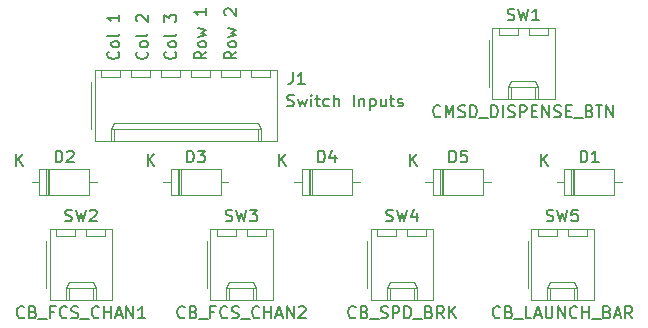
<source format=gbr>
G04 #@! TF.GenerationSoftware,KiCad,Pcbnew,(5.1.5-0-10_14)*
G04 #@! TF.CreationDate,2021-03-15T06:00:47+10:00*
G04 #@! TF.ProjectId,OH - Left Console - 18 - Left Essential Circuit Breakers,4f48202d-204c-4656-9674-20436f6e736f,rev?*
G04 #@! TF.SameCoordinates,Original*
G04 #@! TF.FileFunction,Legend,Top*
G04 #@! TF.FilePolarity,Positive*
%FSLAX46Y46*%
G04 Gerber Fmt 4.6, Leading zero omitted, Abs format (unit mm)*
G04 Created by KiCad (PCBNEW (5.1.5-0-10_14)) date 2021-03-15 06:00:47*
%MOMM*%
%LPD*%
G04 APERTURE LIST*
%ADD10C,0.150000*%
%ADD11C,0.120000*%
G04 APERTURE END LIST*
D10*
X132151380Y-91820809D02*
X131675190Y-92154142D01*
X132151380Y-92392238D02*
X131151380Y-92392238D01*
X131151380Y-92011285D01*
X131199000Y-91916047D01*
X131246619Y-91868428D01*
X131341857Y-91820809D01*
X131484714Y-91820809D01*
X131579952Y-91868428D01*
X131627571Y-91916047D01*
X131675190Y-92011285D01*
X131675190Y-92392238D01*
X132151380Y-91249380D02*
X132103761Y-91344619D01*
X132056142Y-91392238D01*
X131960904Y-91439857D01*
X131675190Y-91439857D01*
X131579952Y-91392238D01*
X131532333Y-91344619D01*
X131484714Y-91249380D01*
X131484714Y-91106523D01*
X131532333Y-91011285D01*
X131579952Y-90963666D01*
X131675190Y-90916047D01*
X131960904Y-90916047D01*
X132056142Y-90963666D01*
X132103761Y-91011285D01*
X132151380Y-91106523D01*
X132151380Y-91249380D01*
X131484714Y-90582714D02*
X132151380Y-90392238D01*
X131675190Y-90201761D01*
X132151380Y-90011285D01*
X131484714Y-89820809D01*
X131246619Y-88725571D02*
X131199000Y-88677952D01*
X131151380Y-88582714D01*
X131151380Y-88344619D01*
X131199000Y-88249380D01*
X131246619Y-88201761D01*
X131341857Y-88154142D01*
X131437095Y-88154142D01*
X131579952Y-88201761D01*
X132151380Y-88773190D01*
X132151380Y-88154142D01*
X129611380Y-91820809D02*
X129135190Y-92154142D01*
X129611380Y-92392238D02*
X128611380Y-92392238D01*
X128611380Y-92011285D01*
X128659000Y-91916047D01*
X128706619Y-91868428D01*
X128801857Y-91820809D01*
X128944714Y-91820809D01*
X129039952Y-91868428D01*
X129087571Y-91916047D01*
X129135190Y-92011285D01*
X129135190Y-92392238D01*
X129611380Y-91249380D02*
X129563761Y-91344619D01*
X129516142Y-91392238D01*
X129420904Y-91439857D01*
X129135190Y-91439857D01*
X129039952Y-91392238D01*
X128992333Y-91344619D01*
X128944714Y-91249380D01*
X128944714Y-91106523D01*
X128992333Y-91011285D01*
X129039952Y-90963666D01*
X129135190Y-90916047D01*
X129420904Y-90916047D01*
X129516142Y-90963666D01*
X129563761Y-91011285D01*
X129611380Y-91106523D01*
X129611380Y-91249380D01*
X128944714Y-90582714D02*
X129611380Y-90392238D01*
X129135190Y-90201761D01*
X129611380Y-90011285D01*
X128944714Y-89820809D01*
X129611380Y-88154142D02*
X129611380Y-88725571D01*
X129611380Y-88439857D02*
X128611380Y-88439857D01*
X128754238Y-88535095D01*
X128849476Y-88630333D01*
X128897095Y-88725571D01*
X126976142Y-91820809D02*
X127023761Y-91868428D01*
X127071380Y-92011285D01*
X127071380Y-92106524D01*
X127023761Y-92249381D01*
X126928523Y-92344619D01*
X126833285Y-92392238D01*
X126642809Y-92439857D01*
X126499952Y-92439857D01*
X126309476Y-92392238D01*
X126214238Y-92344619D01*
X126119000Y-92249381D01*
X126071380Y-92106524D01*
X126071380Y-92011285D01*
X126119000Y-91868428D01*
X126166619Y-91820809D01*
X127071380Y-91249381D02*
X127023761Y-91344619D01*
X126976142Y-91392238D01*
X126880904Y-91439857D01*
X126595190Y-91439857D01*
X126499952Y-91392238D01*
X126452333Y-91344619D01*
X126404714Y-91249381D01*
X126404714Y-91106524D01*
X126452333Y-91011285D01*
X126499952Y-90963666D01*
X126595190Y-90916047D01*
X126880904Y-90916047D01*
X126976142Y-90963666D01*
X127023761Y-91011285D01*
X127071380Y-91106524D01*
X127071380Y-91249381D01*
X127071380Y-90344619D02*
X127023761Y-90439857D01*
X126928523Y-90487476D01*
X126071380Y-90487476D01*
X126071380Y-89297000D02*
X126071380Y-88677952D01*
X126452333Y-89011285D01*
X126452333Y-88868428D01*
X126499952Y-88773190D01*
X126547571Y-88725571D01*
X126642809Y-88677952D01*
X126880904Y-88677952D01*
X126976142Y-88725571D01*
X127023761Y-88773190D01*
X127071380Y-88868428D01*
X127071380Y-89154143D01*
X127023761Y-89249381D01*
X126976142Y-89297000D01*
X124563142Y-91820809D02*
X124610761Y-91868428D01*
X124658380Y-92011285D01*
X124658380Y-92106524D01*
X124610761Y-92249381D01*
X124515523Y-92344619D01*
X124420285Y-92392238D01*
X124229809Y-92439857D01*
X124086952Y-92439857D01*
X123896476Y-92392238D01*
X123801238Y-92344619D01*
X123706000Y-92249381D01*
X123658380Y-92106524D01*
X123658380Y-92011285D01*
X123706000Y-91868428D01*
X123753619Y-91820809D01*
X124658380Y-91249381D02*
X124610761Y-91344619D01*
X124563142Y-91392238D01*
X124467904Y-91439857D01*
X124182190Y-91439857D01*
X124086952Y-91392238D01*
X124039333Y-91344619D01*
X123991714Y-91249381D01*
X123991714Y-91106524D01*
X124039333Y-91011285D01*
X124086952Y-90963666D01*
X124182190Y-90916047D01*
X124467904Y-90916047D01*
X124563142Y-90963666D01*
X124610761Y-91011285D01*
X124658380Y-91106524D01*
X124658380Y-91249381D01*
X124658380Y-90344619D02*
X124610761Y-90439857D01*
X124515523Y-90487476D01*
X123658380Y-90487476D01*
X123753619Y-89249381D02*
X123706000Y-89201762D01*
X123658380Y-89106524D01*
X123658380Y-88868428D01*
X123706000Y-88773190D01*
X123753619Y-88725571D01*
X123848857Y-88677952D01*
X123944095Y-88677952D01*
X124086952Y-88725571D01*
X124658380Y-89297000D01*
X124658380Y-88677952D01*
X122150142Y-91820809D02*
X122197761Y-91868428D01*
X122245380Y-92011285D01*
X122245380Y-92106524D01*
X122197761Y-92249381D01*
X122102523Y-92344619D01*
X122007285Y-92392238D01*
X121816809Y-92439857D01*
X121673952Y-92439857D01*
X121483476Y-92392238D01*
X121388238Y-92344619D01*
X121293000Y-92249381D01*
X121245380Y-92106524D01*
X121245380Y-92011285D01*
X121293000Y-91868428D01*
X121340619Y-91820809D01*
X122245380Y-91249381D02*
X122197761Y-91344619D01*
X122150142Y-91392238D01*
X122054904Y-91439857D01*
X121769190Y-91439857D01*
X121673952Y-91392238D01*
X121626333Y-91344619D01*
X121578714Y-91249381D01*
X121578714Y-91106524D01*
X121626333Y-91011285D01*
X121673952Y-90963666D01*
X121769190Y-90916047D01*
X122054904Y-90916047D01*
X122150142Y-90963666D01*
X122197761Y-91011285D01*
X122245380Y-91106524D01*
X122245380Y-91249381D01*
X122245380Y-90344619D02*
X122197761Y-90439857D01*
X122102523Y-90487476D01*
X121245380Y-90487476D01*
X122245380Y-88677952D02*
X122245380Y-89249381D01*
X122245380Y-88963666D02*
X121245380Y-88963666D01*
X121388238Y-89058905D01*
X121483476Y-89154143D01*
X121531095Y-89249381D01*
D11*
X161836000Y-107425000D02*
X161836000Y-106825000D01*
X160236000Y-107425000D02*
X161836000Y-107425000D01*
X160236000Y-106825000D02*
X160236000Y-107425000D01*
X159296000Y-107425000D02*
X159296000Y-106825000D01*
X157696000Y-107425000D02*
X159296000Y-107425000D01*
X157696000Y-106825000D02*
X157696000Y-107425000D01*
X160786000Y-112845000D02*
X160786000Y-111845000D01*
X158746000Y-112845000D02*
X158746000Y-111845000D01*
X160786000Y-111315000D02*
X161036000Y-111845000D01*
X158746000Y-111315000D02*
X160786000Y-111315000D01*
X158496000Y-111845000D02*
X158746000Y-111315000D01*
X161036000Y-111845000D02*
X161036000Y-112845000D01*
X158496000Y-111845000D02*
X161036000Y-111845000D01*
X158496000Y-112845000D02*
X158496000Y-111845000D01*
X156826000Y-107855000D02*
X156826000Y-111855000D01*
X162416000Y-106825000D02*
X157116000Y-106825000D01*
X162416000Y-112845000D02*
X162416000Y-106825000D01*
X157116000Y-112845000D02*
X162416000Y-112845000D01*
X157116000Y-106825000D02*
X157116000Y-112845000D01*
X148247000Y-107425000D02*
X148247000Y-106825000D01*
X146647000Y-107425000D02*
X148247000Y-107425000D01*
X146647000Y-106825000D02*
X146647000Y-107425000D01*
X145707000Y-107425000D02*
X145707000Y-106825000D01*
X144107000Y-107425000D02*
X145707000Y-107425000D01*
X144107000Y-106825000D02*
X144107000Y-107425000D01*
X147197000Y-112845000D02*
X147197000Y-111845000D01*
X145157000Y-112845000D02*
X145157000Y-111845000D01*
X147197000Y-111315000D02*
X147447000Y-111845000D01*
X145157000Y-111315000D02*
X147197000Y-111315000D01*
X144907000Y-111845000D02*
X145157000Y-111315000D01*
X147447000Y-111845000D02*
X147447000Y-112845000D01*
X144907000Y-111845000D02*
X147447000Y-111845000D01*
X144907000Y-112845000D02*
X144907000Y-111845000D01*
X143237000Y-107855000D02*
X143237000Y-111855000D01*
X148827000Y-106825000D02*
X143527000Y-106825000D01*
X148827000Y-112845000D02*
X148827000Y-106825000D01*
X143527000Y-112845000D02*
X148827000Y-112845000D01*
X143527000Y-106825000D02*
X143527000Y-112845000D01*
X134658000Y-107425000D02*
X134658000Y-106825000D01*
X133058000Y-107425000D02*
X134658000Y-107425000D01*
X133058000Y-106825000D02*
X133058000Y-107425000D01*
X132118000Y-107425000D02*
X132118000Y-106825000D01*
X130518000Y-107425000D02*
X132118000Y-107425000D01*
X130518000Y-106825000D02*
X130518000Y-107425000D01*
X133608000Y-112845000D02*
X133608000Y-111845000D01*
X131568000Y-112845000D02*
X131568000Y-111845000D01*
X133608000Y-111315000D02*
X133858000Y-111845000D01*
X131568000Y-111315000D02*
X133608000Y-111315000D01*
X131318000Y-111845000D02*
X131568000Y-111315000D01*
X133858000Y-111845000D02*
X133858000Y-112845000D01*
X131318000Y-111845000D02*
X133858000Y-111845000D01*
X131318000Y-112845000D02*
X131318000Y-111845000D01*
X129648000Y-107855000D02*
X129648000Y-111855000D01*
X135238000Y-106825000D02*
X129938000Y-106825000D01*
X135238000Y-112845000D02*
X135238000Y-106825000D01*
X129938000Y-112845000D02*
X135238000Y-112845000D01*
X129938000Y-106825000D02*
X129938000Y-112845000D01*
X121069000Y-107425000D02*
X121069000Y-106825000D01*
X119469000Y-107425000D02*
X121069000Y-107425000D01*
X119469000Y-106825000D02*
X119469000Y-107425000D01*
X118529000Y-107425000D02*
X118529000Y-106825000D01*
X116929000Y-107425000D02*
X118529000Y-107425000D01*
X116929000Y-106825000D02*
X116929000Y-107425000D01*
X120019000Y-112845000D02*
X120019000Y-111845000D01*
X117979000Y-112845000D02*
X117979000Y-111845000D01*
X120019000Y-111315000D02*
X120269000Y-111845000D01*
X117979000Y-111315000D02*
X120019000Y-111315000D01*
X117729000Y-111845000D02*
X117979000Y-111315000D01*
X120269000Y-111845000D02*
X120269000Y-112845000D01*
X117729000Y-111845000D02*
X120269000Y-111845000D01*
X117729000Y-112845000D02*
X117729000Y-111845000D01*
X116059000Y-107855000D02*
X116059000Y-111855000D01*
X121649000Y-106825000D02*
X116349000Y-106825000D01*
X121649000Y-112845000D02*
X121649000Y-106825000D01*
X116349000Y-112845000D02*
X121649000Y-112845000D01*
X116349000Y-106825000D02*
X116349000Y-112845000D01*
X158534000Y-90407000D02*
X158534000Y-89807000D01*
X156934000Y-90407000D02*
X158534000Y-90407000D01*
X156934000Y-89807000D02*
X156934000Y-90407000D01*
X155994000Y-90407000D02*
X155994000Y-89807000D01*
X154394000Y-90407000D02*
X155994000Y-90407000D01*
X154394000Y-89807000D02*
X154394000Y-90407000D01*
X157484000Y-95827000D02*
X157484000Y-94827000D01*
X155444000Y-95827000D02*
X155444000Y-94827000D01*
X157484000Y-94297000D02*
X157734000Y-94827000D01*
X155444000Y-94297000D02*
X157484000Y-94297000D01*
X155194000Y-94827000D02*
X155444000Y-94297000D01*
X157734000Y-94827000D02*
X157734000Y-95827000D01*
X155194000Y-94827000D02*
X157734000Y-94827000D01*
X155194000Y-95827000D02*
X155194000Y-94827000D01*
X153524000Y-90837000D02*
X153524000Y-94837000D01*
X159114000Y-89807000D02*
X153814000Y-89807000D01*
X159114000Y-95827000D02*
X159114000Y-89807000D01*
X153814000Y-95827000D02*
X159114000Y-95827000D01*
X153814000Y-89807000D02*
X153814000Y-95827000D01*
X135039000Y-93963000D02*
X135039000Y-93363000D01*
X133439000Y-93963000D02*
X135039000Y-93963000D01*
X133439000Y-93363000D02*
X133439000Y-93963000D01*
X132499000Y-93963000D02*
X132499000Y-93363000D01*
X130899000Y-93963000D02*
X132499000Y-93963000D01*
X130899000Y-93363000D02*
X130899000Y-93963000D01*
X129959000Y-93963000D02*
X129959000Y-93363000D01*
X128359000Y-93963000D02*
X129959000Y-93963000D01*
X128359000Y-93363000D02*
X128359000Y-93963000D01*
X127419000Y-93963000D02*
X127419000Y-93363000D01*
X125819000Y-93963000D02*
X127419000Y-93963000D01*
X125819000Y-93363000D02*
X125819000Y-93963000D01*
X124879000Y-93963000D02*
X124879000Y-93363000D01*
X123279000Y-93963000D02*
X124879000Y-93963000D01*
X123279000Y-93363000D02*
X123279000Y-93963000D01*
X122339000Y-93963000D02*
X122339000Y-93363000D01*
X120739000Y-93963000D02*
X122339000Y-93963000D01*
X120739000Y-93363000D02*
X120739000Y-93963000D01*
X133989000Y-99383000D02*
X133989000Y-98383000D01*
X121789000Y-99383000D02*
X121789000Y-98383000D01*
X133989000Y-97853000D02*
X134239000Y-98383000D01*
X121789000Y-97853000D02*
X133989000Y-97853000D01*
X121539000Y-98383000D02*
X121789000Y-97853000D01*
X134239000Y-98383000D02*
X134239000Y-99383000D01*
X121539000Y-98383000D02*
X134239000Y-98383000D01*
X121539000Y-99383000D02*
X121539000Y-98383000D01*
X119869000Y-94393000D02*
X119869000Y-98393000D01*
X135619000Y-93363000D02*
X120159000Y-93363000D01*
X135619000Y-99383000D02*
X135619000Y-93363000D01*
X120159000Y-99383000D02*
X135619000Y-99383000D01*
X120159000Y-93363000D02*
X120159000Y-99383000D01*
X149420000Y-101750000D02*
X149420000Y-103990000D01*
X149660000Y-101750000D02*
X149660000Y-103990000D01*
X149540000Y-101750000D02*
X149540000Y-103990000D01*
X153710000Y-102870000D02*
X153060000Y-102870000D01*
X148170000Y-102870000D02*
X148820000Y-102870000D01*
X153060000Y-101750000D02*
X148820000Y-101750000D01*
X153060000Y-103990000D02*
X153060000Y-101750000D01*
X148820000Y-103990000D02*
X153060000Y-103990000D01*
X148820000Y-101750000D02*
X148820000Y-103990000D01*
X138307000Y-101750000D02*
X138307000Y-103990000D01*
X138547000Y-101750000D02*
X138547000Y-103990000D01*
X138427000Y-101750000D02*
X138427000Y-103990000D01*
X142597000Y-102870000D02*
X141947000Y-102870000D01*
X137057000Y-102870000D02*
X137707000Y-102870000D01*
X141947000Y-101750000D02*
X137707000Y-101750000D01*
X141947000Y-103990000D02*
X141947000Y-101750000D01*
X137707000Y-103990000D02*
X141947000Y-103990000D01*
X137707000Y-101750000D02*
X137707000Y-103990000D01*
X127194000Y-101750000D02*
X127194000Y-103990000D01*
X127434000Y-101750000D02*
X127434000Y-103990000D01*
X127314000Y-101750000D02*
X127314000Y-103990000D01*
X131484000Y-102870000D02*
X130834000Y-102870000D01*
X125944000Y-102870000D02*
X126594000Y-102870000D01*
X130834000Y-101750000D02*
X126594000Y-101750000D01*
X130834000Y-103990000D02*
X130834000Y-101750000D01*
X126594000Y-103990000D02*
X130834000Y-103990000D01*
X126594000Y-101750000D02*
X126594000Y-103990000D01*
X116082000Y-101750000D02*
X116082000Y-103990000D01*
X116322000Y-101750000D02*
X116322000Y-103990000D01*
X116202000Y-101750000D02*
X116202000Y-103990000D01*
X120372000Y-102870000D02*
X119722000Y-102870000D01*
X114832000Y-102870000D02*
X115482000Y-102870000D01*
X119722000Y-101750000D02*
X115482000Y-101750000D01*
X119722000Y-103990000D02*
X119722000Y-101750000D01*
X115482000Y-103990000D02*
X119722000Y-103990000D01*
X115482000Y-101750000D02*
X115482000Y-103990000D01*
X160532000Y-101750000D02*
X160532000Y-103990000D01*
X160772000Y-101750000D02*
X160772000Y-103990000D01*
X160652000Y-101750000D02*
X160652000Y-103990000D01*
X164822000Y-102870000D02*
X164172000Y-102870000D01*
X159282000Y-102870000D02*
X159932000Y-102870000D01*
X164172000Y-101750000D02*
X159932000Y-101750000D01*
X164172000Y-103990000D02*
X164172000Y-101750000D01*
X159932000Y-103990000D02*
X164172000Y-103990000D01*
X159932000Y-101750000D02*
X159932000Y-103990000D01*
D10*
X158432666Y-106139761D02*
X158575523Y-106187380D01*
X158813619Y-106187380D01*
X158908857Y-106139761D01*
X158956476Y-106092142D01*
X159004095Y-105996904D01*
X159004095Y-105901666D01*
X158956476Y-105806428D01*
X158908857Y-105758809D01*
X158813619Y-105711190D01*
X158623142Y-105663571D01*
X158527904Y-105615952D01*
X158480285Y-105568333D01*
X158432666Y-105473095D01*
X158432666Y-105377857D01*
X158480285Y-105282619D01*
X158527904Y-105235000D01*
X158623142Y-105187380D01*
X158861238Y-105187380D01*
X159004095Y-105235000D01*
X159337428Y-105187380D02*
X159575523Y-106187380D01*
X159766000Y-105473095D01*
X159956476Y-106187380D01*
X160194571Y-105187380D01*
X161051714Y-105187380D02*
X160575523Y-105187380D01*
X160527904Y-105663571D01*
X160575523Y-105615952D01*
X160670761Y-105568333D01*
X160908857Y-105568333D01*
X161004095Y-105615952D01*
X161051714Y-105663571D01*
X161099333Y-105758809D01*
X161099333Y-105996904D01*
X161051714Y-106092142D01*
X161004095Y-106139761D01*
X160908857Y-106187380D01*
X160670761Y-106187380D01*
X160575523Y-106139761D01*
X160527904Y-106092142D01*
X154480285Y-114292142D02*
X154432666Y-114339761D01*
X154289809Y-114387380D01*
X154194571Y-114387380D01*
X154051714Y-114339761D01*
X153956476Y-114244523D01*
X153908857Y-114149285D01*
X153861238Y-113958809D01*
X153861238Y-113815952D01*
X153908857Y-113625476D01*
X153956476Y-113530238D01*
X154051714Y-113435000D01*
X154194571Y-113387380D01*
X154289809Y-113387380D01*
X154432666Y-113435000D01*
X154480285Y-113482619D01*
X155242190Y-113863571D02*
X155385047Y-113911190D01*
X155432666Y-113958809D01*
X155480285Y-114054047D01*
X155480285Y-114196904D01*
X155432666Y-114292142D01*
X155385047Y-114339761D01*
X155289809Y-114387380D01*
X154908857Y-114387380D01*
X154908857Y-113387380D01*
X155242190Y-113387380D01*
X155337428Y-113435000D01*
X155385047Y-113482619D01*
X155432666Y-113577857D01*
X155432666Y-113673095D01*
X155385047Y-113768333D01*
X155337428Y-113815952D01*
X155242190Y-113863571D01*
X154908857Y-113863571D01*
X155670761Y-114482619D02*
X156432666Y-114482619D01*
X157146952Y-114387380D02*
X156670761Y-114387380D01*
X156670761Y-113387380D01*
X157432666Y-114101666D02*
X157908857Y-114101666D01*
X157337428Y-114387380D02*
X157670761Y-113387380D01*
X158004095Y-114387380D01*
X158337428Y-113387380D02*
X158337428Y-114196904D01*
X158385047Y-114292142D01*
X158432666Y-114339761D01*
X158527904Y-114387380D01*
X158718380Y-114387380D01*
X158813619Y-114339761D01*
X158861238Y-114292142D01*
X158908857Y-114196904D01*
X158908857Y-113387380D01*
X159385047Y-114387380D02*
X159385047Y-113387380D01*
X159956476Y-114387380D01*
X159956476Y-113387380D01*
X161004095Y-114292142D02*
X160956476Y-114339761D01*
X160813619Y-114387380D01*
X160718380Y-114387380D01*
X160575523Y-114339761D01*
X160480285Y-114244523D01*
X160432666Y-114149285D01*
X160385047Y-113958809D01*
X160385047Y-113815952D01*
X160432666Y-113625476D01*
X160480285Y-113530238D01*
X160575523Y-113435000D01*
X160718380Y-113387380D01*
X160813619Y-113387380D01*
X160956476Y-113435000D01*
X161004095Y-113482619D01*
X161432666Y-114387380D02*
X161432666Y-113387380D01*
X161432666Y-113863571D02*
X162004095Y-113863571D01*
X162004095Y-114387380D02*
X162004095Y-113387380D01*
X162242190Y-114482619D02*
X163004095Y-114482619D01*
X163575523Y-113863571D02*
X163718380Y-113911190D01*
X163766000Y-113958809D01*
X163813619Y-114054047D01*
X163813619Y-114196904D01*
X163766000Y-114292142D01*
X163718380Y-114339761D01*
X163623142Y-114387380D01*
X163242190Y-114387380D01*
X163242190Y-113387380D01*
X163575523Y-113387380D01*
X163670761Y-113435000D01*
X163718380Y-113482619D01*
X163766000Y-113577857D01*
X163766000Y-113673095D01*
X163718380Y-113768333D01*
X163670761Y-113815952D01*
X163575523Y-113863571D01*
X163242190Y-113863571D01*
X164194571Y-114101666D02*
X164670761Y-114101666D01*
X164099333Y-114387380D02*
X164432666Y-113387380D01*
X164766000Y-114387380D01*
X165670761Y-114387380D02*
X165337428Y-113911190D01*
X165099333Y-114387380D02*
X165099333Y-113387380D01*
X165480285Y-113387380D01*
X165575523Y-113435000D01*
X165623142Y-113482619D01*
X165670761Y-113577857D01*
X165670761Y-113720714D01*
X165623142Y-113815952D01*
X165575523Y-113863571D01*
X165480285Y-113911190D01*
X165099333Y-113911190D01*
X144843666Y-106139761D02*
X144986523Y-106187380D01*
X145224619Y-106187380D01*
X145319857Y-106139761D01*
X145367476Y-106092142D01*
X145415095Y-105996904D01*
X145415095Y-105901666D01*
X145367476Y-105806428D01*
X145319857Y-105758809D01*
X145224619Y-105711190D01*
X145034142Y-105663571D01*
X144938904Y-105615952D01*
X144891285Y-105568333D01*
X144843666Y-105473095D01*
X144843666Y-105377857D01*
X144891285Y-105282619D01*
X144938904Y-105235000D01*
X145034142Y-105187380D01*
X145272238Y-105187380D01*
X145415095Y-105235000D01*
X145748428Y-105187380D02*
X145986523Y-106187380D01*
X146177000Y-105473095D01*
X146367476Y-106187380D01*
X146605571Y-105187380D01*
X147415095Y-105520714D02*
X147415095Y-106187380D01*
X147177000Y-105139761D02*
X146938904Y-105854047D01*
X147557952Y-105854047D01*
X142248428Y-114292142D02*
X142200809Y-114339761D01*
X142057952Y-114387380D01*
X141962714Y-114387380D01*
X141819857Y-114339761D01*
X141724619Y-114244523D01*
X141677000Y-114149285D01*
X141629380Y-113958809D01*
X141629380Y-113815952D01*
X141677000Y-113625476D01*
X141724619Y-113530238D01*
X141819857Y-113435000D01*
X141962714Y-113387380D01*
X142057952Y-113387380D01*
X142200809Y-113435000D01*
X142248428Y-113482619D01*
X143010333Y-113863571D02*
X143153190Y-113911190D01*
X143200809Y-113958809D01*
X143248428Y-114054047D01*
X143248428Y-114196904D01*
X143200809Y-114292142D01*
X143153190Y-114339761D01*
X143057952Y-114387380D01*
X142677000Y-114387380D01*
X142677000Y-113387380D01*
X143010333Y-113387380D01*
X143105571Y-113435000D01*
X143153190Y-113482619D01*
X143200809Y-113577857D01*
X143200809Y-113673095D01*
X143153190Y-113768333D01*
X143105571Y-113815952D01*
X143010333Y-113863571D01*
X142677000Y-113863571D01*
X143438904Y-114482619D02*
X144200809Y-114482619D01*
X144391285Y-114339761D02*
X144534142Y-114387380D01*
X144772238Y-114387380D01*
X144867476Y-114339761D01*
X144915095Y-114292142D01*
X144962714Y-114196904D01*
X144962714Y-114101666D01*
X144915095Y-114006428D01*
X144867476Y-113958809D01*
X144772238Y-113911190D01*
X144581761Y-113863571D01*
X144486523Y-113815952D01*
X144438904Y-113768333D01*
X144391285Y-113673095D01*
X144391285Y-113577857D01*
X144438904Y-113482619D01*
X144486523Y-113435000D01*
X144581761Y-113387380D01*
X144819857Y-113387380D01*
X144962714Y-113435000D01*
X145391285Y-114387380D02*
X145391285Y-113387380D01*
X145772238Y-113387380D01*
X145867476Y-113435000D01*
X145915095Y-113482619D01*
X145962714Y-113577857D01*
X145962714Y-113720714D01*
X145915095Y-113815952D01*
X145867476Y-113863571D01*
X145772238Y-113911190D01*
X145391285Y-113911190D01*
X146391285Y-114387380D02*
X146391285Y-113387380D01*
X146629380Y-113387380D01*
X146772238Y-113435000D01*
X146867476Y-113530238D01*
X146915095Y-113625476D01*
X146962714Y-113815952D01*
X146962714Y-113958809D01*
X146915095Y-114149285D01*
X146867476Y-114244523D01*
X146772238Y-114339761D01*
X146629380Y-114387380D01*
X146391285Y-114387380D01*
X147153190Y-114482619D02*
X147915095Y-114482619D01*
X148486523Y-113863571D02*
X148629380Y-113911190D01*
X148677000Y-113958809D01*
X148724619Y-114054047D01*
X148724619Y-114196904D01*
X148677000Y-114292142D01*
X148629380Y-114339761D01*
X148534142Y-114387380D01*
X148153190Y-114387380D01*
X148153190Y-113387380D01*
X148486523Y-113387380D01*
X148581761Y-113435000D01*
X148629380Y-113482619D01*
X148677000Y-113577857D01*
X148677000Y-113673095D01*
X148629380Y-113768333D01*
X148581761Y-113815952D01*
X148486523Y-113863571D01*
X148153190Y-113863571D01*
X149724619Y-114387380D02*
X149391285Y-113911190D01*
X149153190Y-114387380D02*
X149153190Y-113387380D01*
X149534142Y-113387380D01*
X149629380Y-113435000D01*
X149677000Y-113482619D01*
X149724619Y-113577857D01*
X149724619Y-113720714D01*
X149677000Y-113815952D01*
X149629380Y-113863571D01*
X149534142Y-113911190D01*
X149153190Y-113911190D01*
X150153190Y-114387380D02*
X150153190Y-113387380D01*
X150724619Y-114387380D02*
X150296047Y-113815952D01*
X150724619Y-113387380D02*
X150153190Y-113958809D01*
X131254666Y-106139761D02*
X131397523Y-106187380D01*
X131635619Y-106187380D01*
X131730857Y-106139761D01*
X131778476Y-106092142D01*
X131826095Y-105996904D01*
X131826095Y-105901666D01*
X131778476Y-105806428D01*
X131730857Y-105758809D01*
X131635619Y-105711190D01*
X131445142Y-105663571D01*
X131349904Y-105615952D01*
X131302285Y-105568333D01*
X131254666Y-105473095D01*
X131254666Y-105377857D01*
X131302285Y-105282619D01*
X131349904Y-105235000D01*
X131445142Y-105187380D01*
X131683238Y-105187380D01*
X131826095Y-105235000D01*
X132159428Y-105187380D02*
X132397523Y-106187380D01*
X132588000Y-105473095D01*
X132778476Y-106187380D01*
X133016571Y-105187380D01*
X133302285Y-105187380D02*
X133921333Y-105187380D01*
X133588000Y-105568333D01*
X133730857Y-105568333D01*
X133826095Y-105615952D01*
X133873714Y-105663571D01*
X133921333Y-105758809D01*
X133921333Y-105996904D01*
X133873714Y-106092142D01*
X133826095Y-106139761D01*
X133730857Y-106187380D01*
X133445142Y-106187380D01*
X133349904Y-106139761D01*
X133302285Y-106092142D01*
X127778476Y-114292142D02*
X127730857Y-114339761D01*
X127588000Y-114387380D01*
X127492761Y-114387380D01*
X127349904Y-114339761D01*
X127254666Y-114244523D01*
X127207047Y-114149285D01*
X127159428Y-113958809D01*
X127159428Y-113815952D01*
X127207047Y-113625476D01*
X127254666Y-113530238D01*
X127349904Y-113435000D01*
X127492761Y-113387380D01*
X127588000Y-113387380D01*
X127730857Y-113435000D01*
X127778476Y-113482619D01*
X128540380Y-113863571D02*
X128683238Y-113911190D01*
X128730857Y-113958809D01*
X128778476Y-114054047D01*
X128778476Y-114196904D01*
X128730857Y-114292142D01*
X128683238Y-114339761D01*
X128588000Y-114387380D01*
X128207047Y-114387380D01*
X128207047Y-113387380D01*
X128540380Y-113387380D01*
X128635619Y-113435000D01*
X128683238Y-113482619D01*
X128730857Y-113577857D01*
X128730857Y-113673095D01*
X128683238Y-113768333D01*
X128635619Y-113815952D01*
X128540380Y-113863571D01*
X128207047Y-113863571D01*
X128968952Y-114482619D02*
X129730857Y-114482619D01*
X130302285Y-113863571D02*
X129968952Y-113863571D01*
X129968952Y-114387380D02*
X129968952Y-113387380D01*
X130445142Y-113387380D01*
X131397523Y-114292142D02*
X131349904Y-114339761D01*
X131207047Y-114387380D01*
X131111809Y-114387380D01*
X130968952Y-114339761D01*
X130873714Y-114244523D01*
X130826095Y-114149285D01*
X130778476Y-113958809D01*
X130778476Y-113815952D01*
X130826095Y-113625476D01*
X130873714Y-113530238D01*
X130968952Y-113435000D01*
X131111809Y-113387380D01*
X131207047Y-113387380D01*
X131349904Y-113435000D01*
X131397523Y-113482619D01*
X131778476Y-114339761D02*
X131921333Y-114387380D01*
X132159428Y-114387380D01*
X132254666Y-114339761D01*
X132302285Y-114292142D01*
X132349904Y-114196904D01*
X132349904Y-114101666D01*
X132302285Y-114006428D01*
X132254666Y-113958809D01*
X132159428Y-113911190D01*
X131968952Y-113863571D01*
X131873714Y-113815952D01*
X131826095Y-113768333D01*
X131778476Y-113673095D01*
X131778476Y-113577857D01*
X131826095Y-113482619D01*
X131873714Y-113435000D01*
X131968952Y-113387380D01*
X132207047Y-113387380D01*
X132349904Y-113435000D01*
X132540380Y-114482619D02*
X133302285Y-114482619D01*
X134111809Y-114292142D02*
X134064190Y-114339761D01*
X133921333Y-114387380D01*
X133826095Y-114387380D01*
X133683238Y-114339761D01*
X133588000Y-114244523D01*
X133540380Y-114149285D01*
X133492761Y-113958809D01*
X133492761Y-113815952D01*
X133540380Y-113625476D01*
X133588000Y-113530238D01*
X133683238Y-113435000D01*
X133826095Y-113387380D01*
X133921333Y-113387380D01*
X134064190Y-113435000D01*
X134111809Y-113482619D01*
X134540380Y-114387380D02*
X134540380Y-113387380D01*
X134540380Y-113863571D02*
X135111809Y-113863571D01*
X135111809Y-114387380D02*
X135111809Y-113387380D01*
X135540380Y-114101666D02*
X136016571Y-114101666D01*
X135445142Y-114387380D02*
X135778476Y-113387380D01*
X136111809Y-114387380D01*
X136445142Y-114387380D02*
X136445142Y-113387380D01*
X137016571Y-114387380D01*
X137016571Y-113387380D01*
X137445142Y-113482619D02*
X137492761Y-113435000D01*
X137588000Y-113387380D01*
X137826095Y-113387380D01*
X137921333Y-113435000D01*
X137968952Y-113482619D01*
X138016571Y-113577857D01*
X138016571Y-113673095D01*
X137968952Y-113815952D01*
X137397523Y-114387380D01*
X138016571Y-114387380D01*
X117665666Y-106139761D02*
X117808523Y-106187380D01*
X118046619Y-106187380D01*
X118141857Y-106139761D01*
X118189476Y-106092142D01*
X118237095Y-105996904D01*
X118237095Y-105901666D01*
X118189476Y-105806428D01*
X118141857Y-105758809D01*
X118046619Y-105711190D01*
X117856142Y-105663571D01*
X117760904Y-105615952D01*
X117713285Y-105568333D01*
X117665666Y-105473095D01*
X117665666Y-105377857D01*
X117713285Y-105282619D01*
X117760904Y-105235000D01*
X117856142Y-105187380D01*
X118094238Y-105187380D01*
X118237095Y-105235000D01*
X118570428Y-105187380D02*
X118808523Y-106187380D01*
X118999000Y-105473095D01*
X119189476Y-106187380D01*
X119427571Y-105187380D01*
X119760904Y-105282619D02*
X119808523Y-105235000D01*
X119903761Y-105187380D01*
X120141857Y-105187380D01*
X120237095Y-105235000D01*
X120284714Y-105282619D01*
X120332333Y-105377857D01*
X120332333Y-105473095D01*
X120284714Y-105615952D01*
X119713285Y-106187380D01*
X120332333Y-106187380D01*
X114189476Y-114292142D02*
X114141857Y-114339761D01*
X113999000Y-114387380D01*
X113903761Y-114387380D01*
X113760904Y-114339761D01*
X113665666Y-114244523D01*
X113618047Y-114149285D01*
X113570428Y-113958809D01*
X113570428Y-113815952D01*
X113618047Y-113625476D01*
X113665666Y-113530238D01*
X113760904Y-113435000D01*
X113903761Y-113387380D01*
X113999000Y-113387380D01*
X114141857Y-113435000D01*
X114189476Y-113482619D01*
X114951380Y-113863571D02*
X115094238Y-113911190D01*
X115141857Y-113958809D01*
X115189476Y-114054047D01*
X115189476Y-114196904D01*
X115141857Y-114292142D01*
X115094238Y-114339761D01*
X114999000Y-114387380D01*
X114618047Y-114387380D01*
X114618047Y-113387380D01*
X114951380Y-113387380D01*
X115046619Y-113435000D01*
X115094238Y-113482619D01*
X115141857Y-113577857D01*
X115141857Y-113673095D01*
X115094238Y-113768333D01*
X115046619Y-113815952D01*
X114951380Y-113863571D01*
X114618047Y-113863571D01*
X115379952Y-114482619D02*
X116141857Y-114482619D01*
X116713285Y-113863571D02*
X116379952Y-113863571D01*
X116379952Y-114387380D02*
X116379952Y-113387380D01*
X116856142Y-113387380D01*
X117808523Y-114292142D02*
X117760904Y-114339761D01*
X117618047Y-114387380D01*
X117522809Y-114387380D01*
X117379952Y-114339761D01*
X117284714Y-114244523D01*
X117237095Y-114149285D01*
X117189476Y-113958809D01*
X117189476Y-113815952D01*
X117237095Y-113625476D01*
X117284714Y-113530238D01*
X117379952Y-113435000D01*
X117522809Y-113387380D01*
X117618047Y-113387380D01*
X117760904Y-113435000D01*
X117808523Y-113482619D01*
X118189476Y-114339761D02*
X118332333Y-114387380D01*
X118570428Y-114387380D01*
X118665666Y-114339761D01*
X118713285Y-114292142D01*
X118760904Y-114196904D01*
X118760904Y-114101666D01*
X118713285Y-114006428D01*
X118665666Y-113958809D01*
X118570428Y-113911190D01*
X118379952Y-113863571D01*
X118284714Y-113815952D01*
X118237095Y-113768333D01*
X118189476Y-113673095D01*
X118189476Y-113577857D01*
X118237095Y-113482619D01*
X118284714Y-113435000D01*
X118379952Y-113387380D01*
X118618047Y-113387380D01*
X118760904Y-113435000D01*
X118951380Y-114482619D02*
X119713285Y-114482619D01*
X120522809Y-114292142D02*
X120475190Y-114339761D01*
X120332333Y-114387380D01*
X120237095Y-114387380D01*
X120094238Y-114339761D01*
X119999000Y-114244523D01*
X119951380Y-114149285D01*
X119903761Y-113958809D01*
X119903761Y-113815952D01*
X119951380Y-113625476D01*
X119999000Y-113530238D01*
X120094238Y-113435000D01*
X120237095Y-113387380D01*
X120332333Y-113387380D01*
X120475190Y-113435000D01*
X120522809Y-113482619D01*
X120951380Y-114387380D02*
X120951380Y-113387380D01*
X120951380Y-113863571D02*
X121522809Y-113863571D01*
X121522809Y-114387380D02*
X121522809Y-113387380D01*
X121951380Y-114101666D02*
X122427571Y-114101666D01*
X121856142Y-114387380D02*
X122189476Y-113387380D01*
X122522809Y-114387380D01*
X122856142Y-114387380D02*
X122856142Y-113387380D01*
X123427571Y-114387380D01*
X123427571Y-113387380D01*
X124427571Y-114387380D02*
X123856142Y-114387380D01*
X124141857Y-114387380D02*
X124141857Y-113387380D01*
X124046619Y-113530238D01*
X123951380Y-113625476D01*
X123856142Y-113673095D01*
X155130666Y-89121761D02*
X155273523Y-89169380D01*
X155511619Y-89169380D01*
X155606857Y-89121761D01*
X155654476Y-89074142D01*
X155702095Y-88978904D01*
X155702095Y-88883666D01*
X155654476Y-88788428D01*
X155606857Y-88740809D01*
X155511619Y-88693190D01*
X155321142Y-88645571D01*
X155225904Y-88597952D01*
X155178285Y-88550333D01*
X155130666Y-88455095D01*
X155130666Y-88359857D01*
X155178285Y-88264619D01*
X155225904Y-88217000D01*
X155321142Y-88169380D01*
X155559238Y-88169380D01*
X155702095Y-88217000D01*
X156035428Y-88169380D02*
X156273523Y-89169380D01*
X156464000Y-88455095D01*
X156654476Y-89169380D01*
X156892571Y-88169380D01*
X157797333Y-89169380D02*
X157225904Y-89169380D01*
X157511619Y-89169380D02*
X157511619Y-88169380D01*
X157416380Y-88312238D01*
X157321142Y-88407476D01*
X157225904Y-88455095D01*
X149440190Y-97274142D02*
X149392571Y-97321761D01*
X149249714Y-97369380D01*
X149154476Y-97369380D01*
X149011619Y-97321761D01*
X148916380Y-97226523D01*
X148868761Y-97131285D01*
X148821142Y-96940809D01*
X148821142Y-96797952D01*
X148868761Y-96607476D01*
X148916380Y-96512238D01*
X149011619Y-96417000D01*
X149154476Y-96369380D01*
X149249714Y-96369380D01*
X149392571Y-96417000D01*
X149440190Y-96464619D01*
X149868761Y-97369380D02*
X149868761Y-96369380D01*
X150202095Y-97083666D01*
X150535428Y-96369380D01*
X150535428Y-97369380D01*
X150964000Y-97321761D02*
X151106857Y-97369380D01*
X151344952Y-97369380D01*
X151440190Y-97321761D01*
X151487809Y-97274142D01*
X151535428Y-97178904D01*
X151535428Y-97083666D01*
X151487809Y-96988428D01*
X151440190Y-96940809D01*
X151344952Y-96893190D01*
X151154476Y-96845571D01*
X151059238Y-96797952D01*
X151011619Y-96750333D01*
X150964000Y-96655095D01*
X150964000Y-96559857D01*
X151011619Y-96464619D01*
X151059238Y-96417000D01*
X151154476Y-96369380D01*
X151392571Y-96369380D01*
X151535428Y-96417000D01*
X151964000Y-97369380D02*
X151964000Y-96369380D01*
X152202095Y-96369380D01*
X152344952Y-96417000D01*
X152440190Y-96512238D01*
X152487809Y-96607476D01*
X152535428Y-96797952D01*
X152535428Y-96940809D01*
X152487809Y-97131285D01*
X152440190Y-97226523D01*
X152344952Y-97321761D01*
X152202095Y-97369380D01*
X151964000Y-97369380D01*
X152725904Y-97464619D02*
X153487809Y-97464619D01*
X153725904Y-97369380D02*
X153725904Y-96369380D01*
X153964000Y-96369380D01*
X154106857Y-96417000D01*
X154202095Y-96512238D01*
X154249714Y-96607476D01*
X154297333Y-96797952D01*
X154297333Y-96940809D01*
X154249714Y-97131285D01*
X154202095Y-97226523D01*
X154106857Y-97321761D01*
X153964000Y-97369380D01*
X153725904Y-97369380D01*
X154725904Y-97369380D02*
X154725904Y-96369380D01*
X155154476Y-97321761D02*
X155297333Y-97369380D01*
X155535428Y-97369380D01*
X155630666Y-97321761D01*
X155678285Y-97274142D01*
X155725904Y-97178904D01*
X155725904Y-97083666D01*
X155678285Y-96988428D01*
X155630666Y-96940809D01*
X155535428Y-96893190D01*
X155344952Y-96845571D01*
X155249714Y-96797952D01*
X155202095Y-96750333D01*
X155154476Y-96655095D01*
X155154476Y-96559857D01*
X155202095Y-96464619D01*
X155249714Y-96417000D01*
X155344952Y-96369380D01*
X155583047Y-96369380D01*
X155725904Y-96417000D01*
X156154476Y-97369380D02*
X156154476Y-96369380D01*
X156535428Y-96369380D01*
X156630666Y-96417000D01*
X156678285Y-96464619D01*
X156725904Y-96559857D01*
X156725904Y-96702714D01*
X156678285Y-96797952D01*
X156630666Y-96845571D01*
X156535428Y-96893190D01*
X156154476Y-96893190D01*
X157154476Y-96845571D02*
X157487809Y-96845571D01*
X157630666Y-97369380D02*
X157154476Y-97369380D01*
X157154476Y-96369380D01*
X157630666Y-96369380D01*
X158059238Y-97369380D02*
X158059238Y-96369380D01*
X158630666Y-97369380D01*
X158630666Y-96369380D01*
X159059238Y-97321761D02*
X159202095Y-97369380D01*
X159440190Y-97369380D01*
X159535428Y-97321761D01*
X159583047Y-97274142D01*
X159630666Y-97178904D01*
X159630666Y-97083666D01*
X159583047Y-96988428D01*
X159535428Y-96940809D01*
X159440190Y-96893190D01*
X159249714Y-96845571D01*
X159154476Y-96797952D01*
X159106857Y-96750333D01*
X159059238Y-96655095D01*
X159059238Y-96559857D01*
X159106857Y-96464619D01*
X159154476Y-96417000D01*
X159249714Y-96369380D01*
X159487809Y-96369380D01*
X159630666Y-96417000D01*
X160059238Y-96845571D02*
X160392571Y-96845571D01*
X160535428Y-97369380D02*
X160059238Y-97369380D01*
X160059238Y-96369380D01*
X160535428Y-96369380D01*
X160725904Y-97464619D02*
X161487809Y-97464619D01*
X162059238Y-96845571D02*
X162202095Y-96893190D01*
X162249714Y-96940809D01*
X162297333Y-97036047D01*
X162297333Y-97178904D01*
X162249714Y-97274142D01*
X162202095Y-97321761D01*
X162106857Y-97369380D01*
X161725904Y-97369380D01*
X161725904Y-96369380D01*
X162059238Y-96369380D01*
X162154476Y-96417000D01*
X162202095Y-96464619D01*
X162249714Y-96559857D01*
X162249714Y-96655095D01*
X162202095Y-96750333D01*
X162154476Y-96797952D01*
X162059238Y-96845571D01*
X161725904Y-96845571D01*
X162583047Y-96369380D02*
X163154476Y-96369380D01*
X162868761Y-97369380D02*
X162868761Y-96369380D01*
X163487809Y-97369380D02*
X163487809Y-96369380D01*
X164059238Y-97369380D01*
X164059238Y-96369380D01*
X136953666Y-93559380D02*
X136953666Y-94273666D01*
X136906047Y-94416523D01*
X136810809Y-94511761D01*
X136667952Y-94559380D01*
X136572714Y-94559380D01*
X137953666Y-94559380D02*
X137382238Y-94559380D01*
X137667952Y-94559380D02*
X137667952Y-93559380D01*
X137572714Y-93702238D01*
X137477476Y-93797476D01*
X137382238Y-93845095D01*
X136470047Y-96416761D02*
X136612904Y-96464380D01*
X136851000Y-96464380D01*
X136946238Y-96416761D01*
X136993857Y-96369142D01*
X137041476Y-96273904D01*
X137041476Y-96178666D01*
X136993857Y-96083428D01*
X136946238Y-96035809D01*
X136851000Y-95988190D01*
X136660523Y-95940571D01*
X136565285Y-95892952D01*
X136517666Y-95845333D01*
X136470047Y-95750095D01*
X136470047Y-95654857D01*
X136517666Y-95559619D01*
X136565285Y-95512000D01*
X136660523Y-95464380D01*
X136898619Y-95464380D01*
X137041476Y-95512000D01*
X137374809Y-95797714D02*
X137565285Y-96464380D01*
X137755761Y-95988190D01*
X137946238Y-96464380D01*
X138136714Y-95797714D01*
X138517666Y-96464380D02*
X138517666Y-95797714D01*
X138517666Y-95464380D02*
X138470047Y-95512000D01*
X138517666Y-95559619D01*
X138565285Y-95512000D01*
X138517666Y-95464380D01*
X138517666Y-95559619D01*
X138851000Y-95797714D02*
X139231952Y-95797714D01*
X138993857Y-95464380D02*
X138993857Y-96321523D01*
X139041476Y-96416761D01*
X139136714Y-96464380D01*
X139231952Y-96464380D01*
X139993857Y-96416761D02*
X139898619Y-96464380D01*
X139708142Y-96464380D01*
X139612904Y-96416761D01*
X139565285Y-96369142D01*
X139517666Y-96273904D01*
X139517666Y-95988190D01*
X139565285Y-95892952D01*
X139612904Y-95845333D01*
X139708142Y-95797714D01*
X139898619Y-95797714D01*
X139993857Y-95845333D01*
X140422428Y-96464380D02*
X140422428Y-95464380D01*
X140851000Y-96464380D02*
X140851000Y-95940571D01*
X140803380Y-95845333D01*
X140708142Y-95797714D01*
X140565285Y-95797714D01*
X140470047Y-95845333D01*
X140422428Y-95892952D01*
X142089095Y-96464380D02*
X142089095Y-95464380D01*
X142565285Y-95797714D02*
X142565285Y-96464380D01*
X142565285Y-95892952D02*
X142612904Y-95845333D01*
X142708142Y-95797714D01*
X142851000Y-95797714D01*
X142946238Y-95845333D01*
X142993857Y-95940571D01*
X142993857Y-96464380D01*
X143470047Y-95797714D02*
X143470047Y-96797714D01*
X143470047Y-95845333D02*
X143565285Y-95797714D01*
X143755761Y-95797714D01*
X143851000Y-95845333D01*
X143898619Y-95892952D01*
X143946238Y-95988190D01*
X143946238Y-96273904D01*
X143898619Y-96369142D01*
X143851000Y-96416761D01*
X143755761Y-96464380D01*
X143565285Y-96464380D01*
X143470047Y-96416761D01*
X144803380Y-95797714D02*
X144803380Y-96464380D01*
X144374809Y-95797714D02*
X144374809Y-96321523D01*
X144422428Y-96416761D01*
X144517666Y-96464380D01*
X144660523Y-96464380D01*
X144755761Y-96416761D01*
X144803380Y-96369142D01*
X145136714Y-95797714D02*
X145517666Y-95797714D01*
X145279571Y-95464380D02*
X145279571Y-96321523D01*
X145327190Y-96416761D01*
X145422428Y-96464380D01*
X145517666Y-96464380D01*
X145803380Y-96416761D02*
X145898619Y-96464380D01*
X146089095Y-96464380D01*
X146184333Y-96416761D01*
X146231952Y-96321523D01*
X146231952Y-96273904D01*
X146184333Y-96178666D01*
X146089095Y-96131047D01*
X145946238Y-96131047D01*
X145851000Y-96083428D01*
X145803380Y-95988190D01*
X145803380Y-95940571D01*
X145851000Y-95845333D01*
X145946238Y-95797714D01*
X146089095Y-95797714D01*
X146184333Y-95845333D01*
X150201904Y-101202380D02*
X150201904Y-100202380D01*
X150440000Y-100202380D01*
X150582857Y-100250000D01*
X150678095Y-100345238D01*
X150725714Y-100440476D01*
X150773333Y-100630952D01*
X150773333Y-100773809D01*
X150725714Y-100964285D01*
X150678095Y-101059523D01*
X150582857Y-101154761D01*
X150440000Y-101202380D01*
X150201904Y-101202380D01*
X151678095Y-100202380D02*
X151201904Y-100202380D01*
X151154285Y-100678571D01*
X151201904Y-100630952D01*
X151297142Y-100583333D01*
X151535238Y-100583333D01*
X151630476Y-100630952D01*
X151678095Y-100678571D01*
X151725714Y-100773809D01*
X151725714Y-101011904D01*
X151678095Y-101107142D01*
X151630476Y-101154761D01*
X151535238Y-101202380D01*
X151297142Y-101202380D01*
X151201904Y-101154761D01*
X151154285Y-101107142D01*
X146868095Y-101522380D02*
X146868095Y-100522380D01*
X147439523Y-101522380D02*
X147010952Y-100950952D01*
X147439523Y-100522380D02*
X146868095Y-101093809D01*
X139088904Y-101202380D02*
X139088904Y-100202380D01*
X139327000Y-100202380D01*
X139469857Y-100250000D01*
X139565095Y-100345238D01*
X139612714Y-100440476D01*
X139660333Y-100630952D01*
X139660333Y-100773809D01*
X139612714Y-100964285D01*
X139565095Y-101059523D01*
X139469857Y-101154761D01*
X139327000Y-101202380D01*
X139088904Y-101202380D01*
X140517476Y-100535714D02*
X140517476Y-101202380D01*
X140279380Y-100154761D02*
X140041285Y-100869047D01*
X140660333Y-100869047D01*
X135755095Y-101522380D02*
X135755095Y-100522380D01*
X136326523Y-101522380D02*
X135897952Y-100950952D01*
X136326523Y-100522380D02*
X135755095Y-101093809D01*
X127975904Y-101202380D02*
X127975904Y-100202380D01*
X128214000Y-100202380D01*
X128356857Y-100250000D01*
X128452095Y-100345238D01*
X128499714Y-100440476D01*
X128547333Y-100630952D01*
X128547333Y-100773809D01*
X128499714Y-100964285D01*
X128452095Y-101059523D01*
X128356857Y-101154761D01*
X128214000Y-101202380D01*
X127975904Y-101202380D01*
X128880666Y-100202380D02*
X129499714Y-100202380D01*
X129166380Y-100583333D01*
X129309238Y-100583333D01*
X129404476Y-100630952D01*
X129452095Y-100678571D01*
X129499714Y-100773809D01*
X129499714Y-101011904D01*
X129452095Y-101107142D01*
X129404476Y-101154761D01*
X129309238Y-101202380D01*
X129023523Y-101202380D01*
X128928285Y-101154761D01*
X128880666Y-101107142D01*
X124642095Y-101522380D02*
X124642095Y-100522380D01*
X125213523Y-101522380D02*
X124784952Y-100950952D01*
X125213523Y-100522380D02*
X124642095Y-101093809D01*
X116863904Y-101202380D02*
X116863904Y-100202380D01*
X117102000Y-100202380D01*
X117244857Y-100250000D01*
X117340095Y-100345238D01*
X117387714Y-100440476D01*
X117435333Y-100630952D01*
X117435333Y-100773809D01*
X117387714Y-100964285D01*
X117340095Y-101059523D01*
X117244857Y-101154761D01*
X117102000Y-101202380D01*
X116863904Y-101202380D01*
X117816285Y-100297619D02*
X117863904Y-100250000D01*
X117959142Y-100202380D01*
X118197238Y-100202380D01*
X118292476Y-100250000D01*
X118340095Y-100297619D01*
X118387714Y-100392857D01*
X118387714Y-100488095D01*
X118340095Y-100630952D01*
X117768666Y-101202380D01*
X118387714Y-101202380D01*
X113530095Y-101522380D02*
X113530095Y-100522380D01*
X114101523Y-101522380D02*
X113672952Y-100950952D01*
X114101523Y-100522380D02*
X113530095Y-101093809D01*
X161313904Y-101202380D02*
X161313904Y-100202380D01*
X161552000Y-100202380D01*
X161694857Y-100250000D01*
X161790095Y-100345238D01*
X161837714Y-100440476D01*
X161885333Y-100630952D01*
X161885333Y-100773809D01*
X161837714Y-100964285D01*
X161790095Y-101059523D01*
X161694857Y-101154761D01*
X161552000Y-101202380D01*
X161313904Y-101202380D01*
X162837714Y-101202380D02*
X162266285Y-101202380D01*
X162552000Y-101202380D02*
X162552000Y-100202380D01*
X162456761Y-100345238D01*
X162361523Y-100440476D01*
X162266285Y-100488095D01*
X157980095Y-101522380D02*
X157980095Y-100522380D01*
X158551523Y-101522380D02*
X158122952Y-100950952D01*
X158551523Y-100522380D02*
X157980095Y-101093809D01*
M02*

</source>
